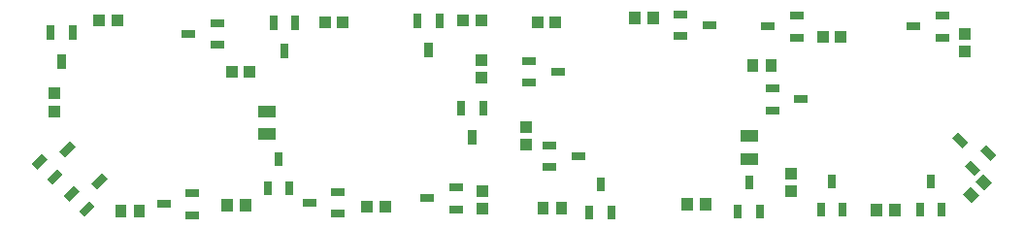
<source format=gtp>
G04 Layer: TopPasteMaskLayer*
G04 EasyEDA v6.5.1, 2022-03-27 10:56:42*
G04 f4f8d14073c14480b57db79f537dda5a,f5a38c858c354eb5b90fd3f81420cce3,10*
G04 Gerber Generator version 0.2*
G04 Scale: 100 percent, Rotated: No, Reflected: No *
G04 Dimensions in millimeters *
G04 leading zeros omitted , absolute positions ,4 integer and 5 decimal *
%FSLAX45Y45*%
%MOMM*%

%ADD15R,0.7000X1.2500*%
%ADD16R,1.2500X0.7000*%
%ADD17R,1.0000X1.1000*%
%ADD18R,1.1000X1.0000*%
%ADD19R,1.5500X1.0000*%

%LPD*%
G36*
X2454198Y-392671D02*
G01*
X2524201Y-392671D01*
X2524201Y-517667D01*
X2454198Y-517667D01*
G37*
G36*
X2359202Y-142732D02*
G01*
X2429205Y-142732D01*
X2429207Y-267731D01*
X2359202Y-267731D01*
G37*
G36*
X2549194Y-142732D02*
G01*
X2619197Y-142732D01*
X2619197Y-267731D01*
X2549192Y-267731D01*
G37*
D16*
G01*
X2707131Y-1778000D03*
G01*
X2957068Y-1683004D03*
G01*
X2957068Y-1872995D03*
G36*
X856322Y-1656976D02*
G01*
X806823Y-1607477D01*
X895210Y-1519090D01*
X944709Y-1568589D01*
G37*
G36*
X746762Y-1900880D02*
G01*
X697263Y-1851383D01*
X785649Y-1762993D01*
X835149Y-1812493D01*
G37*
G36*
X612416Y-1766536D02*
G01*
X562919Y-1717037D01*
X651306Y-1628650D01*
X700806Y-1678150D01*
G37*
G36*
X576922Y-1377576D02*
G01*
X527423Y-1328077D01*
X615810Y-1239690D01*
X665309Y-1289189D01*
G37*
G36*
X467362Y-1621480D02*
G01*
X417863Y-1571983D01*
X506249Y-1483593D01*
X555749Y-1533093D01*
G37*
G36*
X333016Y-1487136D02*
G01*
X283519Y-1437637D01*
X371906Y-1349250D01*
X421406Y-1398750D01*
G37*
G36*
X3711498Y-379968D02*
G01*
X3781501Y-379968D01*
X3781501Y-504967D01*
X3711498Y-504967D01*
G37*
G36*
X3616502Y-130032D02*
G01*
X3686505Y-130032D01*
X3686505Y-255031D01*
X3616502Y-255031D01*
G37*
G36*
X3806494Y-130032D02*
G01*
X3876497Y-130032D01*
X3876497Y-255031D01*
X3806494Y-255031D01*
G37*
G36*
X4092498Y-1141971D02*
G01*
X4162501Y-1141971D01*
X4162501Y-1266967D01*
X4092498Y-1266967D01*
G37*
G36*
X3997502Y-892032D02*
G01*
X4067505Y-892032D01*
X4067507Y-1017031D01*
X3997502Y-1017031D01*
G37*
G36*
X4187494Y-892032D02*
G01*
X4257497Y-892032D01*
X4257497Y-1017031D01*
X4187492Y-1017031D01*
G37*
G01*
X1437131Y-1790700D03*
G01*
X1687068Y-1695704D03*
G01*
X1687068Y-1885695D03*
G01*
X3735831Y-1739900D03*
G01*
X3985768Y-1644904D03*
G01*
X3985768Y-1834895D03*
G36*
X511098Y-481571D02*
G01*
X581101Y-481571D01*
X581101Y-606567D01*
X511098Y-606567D01*
G37*
G36*
X416102Y-231632D02*
G01*
X486105Y-231632D01*
X486107Y-356631D01*
X416102Y-356631D01*
G37*
G36*
X606094Y-231632D02*
G01*
X676097Y-231632D01*
X676097Y-356631D01*
X606092Y-356631D01*
G37*
G01*
X1653031Y-304800D03*
G01*
X1902968Y-209804D03*
G01*
X1902968Y-399795D03*
D15*
G01*
X2438400Y-1399031D03*
G01*
X2533395Y-1648968D03*
G01*
X2343404Y-1648968D03*
G01*
X6540500Y-1602231D03*
G01*
X6635495Y-1852168D03*
G01*
X6445504Y-1852168D03*
D16*
G01*
X6195568Y-228600D03*
G01*
X5945631Y-323595D03*
G01*
X5945631Y-133604D03*
G01*
X6707631Y-241300D03*
G01*
X6957568Y-146304D03*
G01*
X6957568Y-336295D03*
D15*
G01*
X7264400Y-1589531D03*
G01*
X7359395Y-1839468D03*
G01*
X7169404Y-1839468D03*
G01*
X5245100Y-1614931D03*
G01*
X5340095Y-1864868D03*
G01*
X5150104Y-1864868D03*
G01*
X8128000Y-1589531D03*
G01*
X8222995Y-1839468D03*
G01*
X8033004Y-1839468D03*
G36*
X8451476Y-1251877D02*
G01*
X8401977Y-1301376D01*
X8313590Y-1212989D01*
X8363089Y-1163490D01*
G37*
G36*
X8695380Y-1361437D02*
G01*
X8645883Y-1410936D01*
X8557493Y-1322550D01*
X8606993Y-1273050D01*
G37*
G36*
X8561036Y-1495783D02*
G01*
X8511537Y-1545280D01*
X8423150Y-1456893D01*
X8472650Y-1407393D01*
G37*
D16*
G01*
X4874768Y-635000D03*
G01*
X4624831Y-729995D03*
G01*
X4624831Y-540004D03*
G01*
X6995668Y-876300D03*
G01*
X6745731Y-971295D03*
G01*
X6745731Y-781304D03*
G01*
X5052568Y-1371600D03*
G01*
X4802631Y-1466595D03*
G01*
X4802631Y-1276604D03*
G01*
X7977631Y-241300D03*
G01*
X8227568Y-146304D03*
G01*
X8227568Y-336295D03*
G36*
X2100107Y-1748398D02*
G01*
X2200107Y-1748398D01*
X2200107Y-1858401D01*
X2100107Y-1858401D01*
G37*
G36*
X1940107Y-1748398D02*
G01*
X2040107Y-1748398D01*
X2040107Y-1858401D01*
X1940107Y-1858401D01*
G37*
D17*
G01*
X2840990Y-203200D03*
G01*
X3000984Y-203200D03*
G01*
X3209290Y-1816100D03*
G01*
X3369284Y-1816100D03*
G01*
X4047490Y-190500D03*
G01*
X4207484Y-190500D03*
D18*
G01*
X4203700Y-689610D03*
G01*
X4203700Y-529615D03*
G36*
X1173007Y-1799198D02*
G01*
X1273007Y-1799198D01*
X1273007Y-1909201D01*
X1173007Y-1909201D01*
G37*
G36*
X1013007Y-1799198D02*
G01*
X1113007Y-1799198D01*
X1113007Y-1909201D01*
X1013007Y-1909201D01*
G37*
G01*
X4216400Y-1832610D03*
G01*
X4216400Y-1672615D03*
D17*
G01*
X872489Y-190500D03*
G01*
X1032484Y-190500D03*
G36*
X6113307Y-1735698D02*
G01*
X6213307Y-1735698D01*
X6213307Y-1845701D01*
X6113307Y-1845701D01*
G37*
G36*
X5953307Y-1735698D02*
G01*
X6053307Y-1735698D01*
X6053307Y-1845701D01*
X5953307Y-1845701D01*
G37*
D18*
G01*
X8420100Y-300989D03*
G01*
X8420100Y-460984D03*
G01*
X4597400Y-1273810D03*
G01*
X4597400Y-1113815D03*
G36*
X6684807Y-529198D02*
G01*
X6784807Y-529198D01*
X6784807Y-639201D01*
X6684807Y-639201D01*
G37*
G36*
X6524807Y-529198D02*
G01*
X6624807Y-529198D01*
X6624807Y-639201D01*
X6524807Y-639201D01*
G37*
D17*
G01*
X4695190Y-203200D03*
G01*
X4855184Y-203200D03*
G36*
X8516726Y-1590890D02*
G01*
X8587437Y-1520179D01*
X8665220Y-1597962D01*
X8594509Y-1668673D01*
G37*
G36*
X8403590Y-1704027D02*
G01*
X8474301Y-1633316D01*
X8552083Y-1711098D01*
X8481372Y-1781810D01*
G37*
G36*
X7764307Y-1786498D02*
G01*
X7864307Y-1786498D01*
X7864307Y-1896501D01*
X7764307Y-1896501D01*
G37*
G36*
X7604307Y-1786498D02*
G01*
X7704307Y-1786498D01*
X7704307Y-1896501D01*
X7604307Y-1896501D01*
G37*
G36*
X4856007Y-1773798D02*
G01*
X4956007Y-1773798D01*
X4956007Y-1883801D01*
X4856007Y-1883801D01*
G37*
G36*
X4696007Y-1773798D02*
G01*
X4796007Y-1773798D01*
X4796007Y-1883801D01*
X4696007Y-1883801D01*
G37*
D18*
G01*
X6908800Y-1520189D03*
G01*
X6908800Y-1680184D03*
D17*
G01*
X7184390Y-330200D03*
G01*
X7344384Y-330200D03*
G36*
X5656107Y-110098D02*
G01*
X5756107Y-110098D01*
X5756107Y-220101D01*
X5656107Y-220101D01*
G37*
G36*
X5496107Y-110098D02*
G01*
X5596107Y-110098D01*
X5596107Y-220101D01*
X5496107Y-220101D01*
G37*
G01*
X2028190Y-635000D03*
G01*
X2188184Y-635000D03*
D18*
G01*
X482600Y-981710D03*
G01*
X482600Y-821715D03*
D19*
G01*
X2336800Y-979500D03*
G01*
X2336800Y-1179499D03*
G01*
X6540500Y-1195400D03*
G01*
X6540500Y-1395399D03*
M02*

</source>
